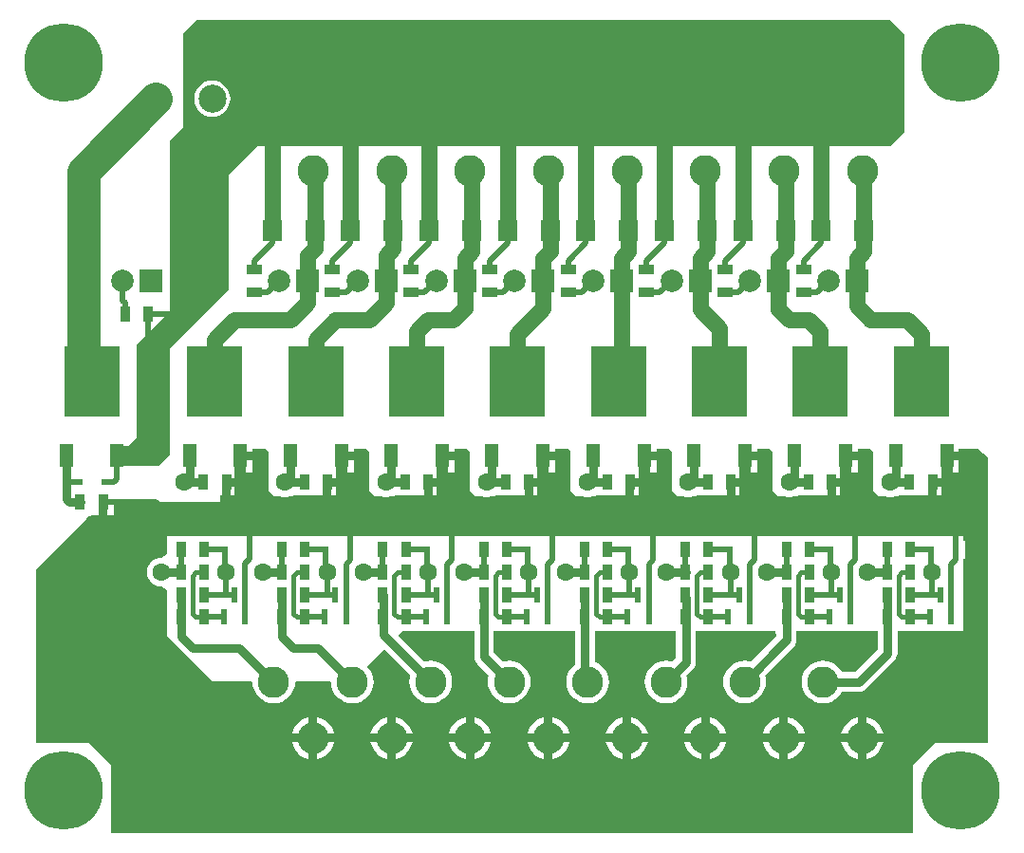
<source format=gtl>
G04 Layer_Physical_Order=1*
G04 Layer_Color=255*
%FSLAX25Y25*%
%MOIN*%
G70*
G01*
G75*
%ADD10R,0.04724X0.08268*%
%ADD11R,0.19291X0.24803*%
%ADD12R,0.03740X0.05315*%
%ADD13R,0.02362X0.02362*%
%ADD14R,0.05315X0.03740*%
%ADD15R,0.07087X0.07480*%
%ADD16R,0.02362X0.05512*%
%ADD17C,0.01969*%
%ADD18C,0.11811*%
%ADD19C,0.03937*%
%ADD20C,0.02953*%
%ADD21C,0.05512*%
%ADD22C,0.01575*%
%ADD23C,0.09843*%
%ADD24C,0.27559*%
%ADD25C,0.11024*%
%ADD26C,0.07874*%
%ADD27R,0.07874X0.07874*%
%ADD28C,0.06299*%
G36*
X344488Y136811D02*
Y36417D01*
X325787D01*
X317913Y28543D01*
Y4921D01*
X36417D01*
Y28543D01*
X28543Y36417D01*
X9843Y36417D01*
X9843Y36417D01*
X9843Y97441D01*
X27559Y115157D01*
X28073Y115671D01*
X29724Y116437D01*
X32087D01*
Y121063D01*
X35039D01*
Y116437D01*
X37402D01*
Y121063D01*
X74803Y121063D01*
Y123327D01*
X75394D01*
Y127953D01*
X76870D01*
Y129429D01*
X80709D01*
Y131299D01*
X86142D01*
Y135925D01*
X81811D01*
Y138878D01*
X86142D01*
Y139764D01*
X90551D01*
X91535Y138779D01*
Y125000D01*
X93504Y123031D01*
X96033D01*
X96438Y122909D01*
X97441Y122810D01*
X98444Y122909D01*
X98581Y122950D01*
X98972Y123031D01*
X99409D01*
X99410Y123031D01*
X101326Y123327D01*
X108071D01*
Y123327D01*
X108465D01*
Y123327D01*
X110827D01*
Y127953D01*
X112303D01*
Y129429D01*
X116142D01*
Y131299D01*
X121575D01*
Y135925D01*
X117244D01*
Y138878D01*
X121575D01*
Y139764D01*
X125984D01*
X126969Y138779D01*
Y125000D01*
X128937Y123031D01*
X131466D01*
X131871Y122909D01*
X132874Y122810D01*
X133877Y122909D01*
X134014Y122950D01*
X134405Y123031D01*
X134843D01*
X134843Y123031D01*
X136759Y123327D01*
X143504D01*
Y123327D01*
X143898D01*
Y123327D01*
X146260D01*
Y127953D01*
X147736D01*
Y129429D01*
X151575D01*
Y131299D01*
X157008D01*
Y135925D01*
X152677D01*
Y138878D01*
X157008D01*
Y139764D01*
X161417D01*
X162402Y138779D01*
Y125000D01*
X164370Y123031D01*
X166899D01*
X167304Y122909D01*
X168307Y122810D01*
X169310Y122909D01*
X169447Y122950D01*
X169838Y123031D01*
X170276D01*
X170276Y123031D01*
X172192Y123327D01*
X178937D01*
Y123327D01*
X179331D01*
Y123327D01*
X181693D01*
Y127953D01*
X183169D01*
Y129429D01*
X187008D01*
Y131299D01*
X192441D01*
Y135925D01*
X188110D01*
Y138878D01*
X192441D01*
Y139764D01*
X196850D01*
X197835Y138779D01*
Y125000D01*
X199803Y123031D01*
X202332D01*
X202737Y122909D01*
X203740Y122810D01*
X204744Y122909D01*
X204880Y122950D01*
X205272Y123031D01*
X205709D01*
X205709Y123031D01*
X207625Y123327D01*
X214370D01*
Y123327D01*
X214764D01*
Y123327D01*
X217126D01*
Y127953D01*
X218602D01*
Y129429D01*
X222441D01*
Y131299D01*
X227874D01*
Y135925D01*
X223543D01*
Y138878D01*
X227874D01*
Y139764D01*
X232283D01*
X233268Y138779D01*
Y125000D01*
X235236Y123031D01*
X237765D01*
X238170Y122909D01*
X239173Y122810D01*
X240177Y122909D01*
X240313Y122950D01*
X240705Y123031D01*
X241142D01*
X241142Y123031D01*
X243058Y123327D01*
X249803D01*
Y123327D01*
X250197D01*
Y123327D01*
X252559D01*
Y127953D01*
X254035D01*
Y129429D01*
X257874D01*
Y131299D01*
X263307D01*
Y135925D01*
X258976D01*
Y138878D01*
X263307D01*
Y139764D01*
X267717D01*
X268701Y138779D01*
Y125000D01*
X270669Y123031D01*
X273198D01*
X273603Y122909D01*
X274606Y122810D01*
X275610Y122909D01*
X275746Y122950D01*
X276138Y123031D01*
X276575D01*
X276575Y123031D01*
X278491Y123327D01*
X285236D01*
Y123327D01*
X285630D01*
Y123327D01*
X287992D01*
Y127953D01*
X289469D01*
Y129429D01*
X293307D01*
Y131299D01*
X298740D01*
Y135925D01*
X294409D01*
Y138878D01*
X298740D01*
Y139764D01*
X303150D01*
X304134Y138779D01*
Y125000D01*
X306102Y123031D01*
X308631D01*
X309036Y122909D01*
X310039Y122810D01*
X311043Y122909D01*
X311180Y122950D01*
X311571Y123031D01*
X312008D01*
X312008Y123031D01*
X313925Y123327D01*
X320669D01*
Y123327D01*
X321063D01*
Y123327D01*
X323425D01*
Y127953D01*
X324902D01*
Y129429D01*
X328740D01*
Y131299D01*
X334173D01*
Y135925D01*
X329842D01*
Y138878D01*
X334173D01*
Y139764D01*
X340797D01*
X344488Y136811D01*
D02*
G37*
G36*
X310039Y290354D02*
X314961Y285433D01*
Y250984D01*
X310039Y246063D01*
X87598D01*
X77756Y236221D01*
X77756Y195866D01*
X57101Y175212D01*
X57101Y137795D01*
X53164Y133858D01*
X36417Y133858D01*
Y140748D01*
X42323Y140748D01*
X45276Y143701D01*
Y176166D01*
X57101Y187992D01*
X57101Y203740D01*
X57101Y248046D01*
X61516Y252461D01*
X61516Y285433D01*
X66437Y290354D01*
X310039Y290354D01*
D02*
G37*
%LPC*%
G36*
X224889Y36713D02*
X218996D01*
Y30820D01*
X220396Y31245D01*
X221696Y31939D01*
X222835Y32874D01*
X223769Y34013D01*
X224464Y35313D01*
X224889Y36713D01*
D02*
G37*
G36*
X142212D02*
X136319D01*
Y30820D01*
X137719Y31245D01*
X139018Y31939D01*
X140157Y32874D01*
X141092Y34013D01*
X141787Y35313D01*
X142212Y36713D01*
D02*
G37*
G36*
X169771Y36713D02*
X163878D01*
Y30820D01*
X165278Y31245D01*
X166577Y31939D01*
X167717Y32874D01*
X168651Y34013D01*
X169346Y35313D01*
X169771Y36713D01*
D02*
G37*
G36*
X307566D02*
X301673D01*
Y30820D01*
X303073Y31245D01*
X304373Y31939D01*
X305512Y32874D01*
X306447Y34013D01*
X307141Y35313D01*
X307566Y36713D01*
D02*
G37*
G36*
X197330Y36713D02*
X191437D01*
Y30820D01*
X192837Y31245D01*
X194137Y31939D01*
X195276Y32874D01*
X196210Y34013D01*
X196905Y35313D01*
X197330Y36713D01*
D02*
G37*
G36*
X243602Y45558D02*
X242202Y45133D01*
X240903Y44439D01*
X239764Y43504D01*
X238829Y42365D01*
X238134Y41065D01*
X237710Y39665D01*
X243602D01*
Y45558D01*
D02*
G37*
G36*
X108760D02*
Y39665D01*
X114653D01*
X114228Y41065D01*
X113533Y42365D01*
X112598Y43504D01*
X111459Y44439D01*
X110160Y45133D01*
X108760Y45558D01*
D02*
G37*
G36*
X105807D02*
X104407Y45133D01*
X103108Y44439D01*
X101969Y43504D01*
X101034Y42365D01*
X100339Y41065D01*
X99914Y39665D01*
X105807D01*
Y45558D01*
D02*
G37*
G36*
X271161D02*
X269761Y45133D01*
X268462Y44439D01*
X267323Y43504D01*
X266388Y42365D01*
X265693Y41065D01*
X265269Y39665D01*
X271161D01*
Y45558D01*
D02*
G37*
G36*
X274114Y45558D02*
Y39665D01*
X280007D01*
X279582Y41065D01*
X278888Y42365D01*
X277953Y43504D01*
X276814Y44439D01*
X275514Y45133D01*
X274114Y45558D01*
D02*
G37*
G36*
X271161Y36713D02*
X265269D01*
X265693Y35313D01*
X266388Y34013D01*
X267323Y32874D01*
X268462Y31939D01*
X269761Y31245D01*
X271161Y30820D01*
Y36713D01*
D02*
G37*
G36*
X298721Y36713D02*
X292828D01*
X293252Y35313D01*
X293947Y34013D01*
X294882Y32874D01*
X296021Y31939D01*
X297320Y31245D01*
X298721Y30820D01*
Y36713D01*
D02*
G37*
G36*
X160925D02*
X155033D01*
X155457Y35313D01*
X156152Y34013D01*
X157087Y32874D01*
X158226Y31939D01*
X159525Y31245D01*
X160925Y30820D01*
Y36713D01*
D02*
G37*
G36*
X216043Y36713D02*
X210151D01*
X210575Y35313D01*
X211270Y34013D01*
X212205Y32874D01*
X213344Y31939D01*
X214643Y31245D01*
X216043Y30820D01*
Y36713D01*
D02*
G37*
G36*
X188484Y36713D02*
X182592D01*
X183016Y35313D01*
X183711Y34013D01*
X184646Y32874D01*
X185785Y31939D01*
X187084Y31245D01*
X188484Y30820D01*
Y36713D01*
D02*
G37*
G36*
X133366Y36713D02*
X127473D01*
X127898Y35313D01*
X128593Y34013D01*
X129527Y32874D01*
X130667Y31939D01*
X131966Y31245D01*
X133366Y30820D01*
Y36713D01*
D02*
G37*
G36*
X114653Y36713D02*
X108760D01*
Y30820D01*
X110160Y31245D01*
X111459Y31939D01*
X112598Y32874D01*
X113533Y34013D01*
X114228Y35313D01*
X114653Y36713D01*
D02*
G37*
G36*
X252448D02*
X246555D01*
Y30820D01*
X247955Y31245D01*
X249255Y31939D01*
X250394Y32874D01*
X251328Y34013D01*
X252023Y35313D01*
X252448Y36713D01*
D02*
G37*
G36*
X243602D02*
X237710D01*
X238134Y35313D01*
X238829Y34013D01*
X239764Y32874D01*
X240903Y31939D01*
X242202Y31245D01*
X243602Y30820D01*
Y36713D01*
D02*
G37*
G36*
X280007Y36713D02*
X274114D01*
Y30820D01*
X275514Y31245D01*
X276814Y31939D01*
X277953Y32874D01*
X278888Y34013D01*
X279582Y35313D01*
X280007Y36713D01*
D02*
G37*
G36*
X105807Y36713D02*
X99914D01*
X100339Y35313D01*
X101034Y34013D01*
X101969Y32874D01*
X103108Y31939D01*
X104407Y31245D01*
X105807Y30820D01*
Y36713D01*
D02*
G37*
G36*
X151575Y126476D02*
X149213D01*
Y123327D01*
X151575D01*
Y126476D01*
D02*
G37*
G36*
X187008Y126476D02*
X184646D01*
Y123327D01*
X187008D01*
Y126476D01*
D02*
G37*
G36*
X116142D02*
X113779D01*
Y123327D01*
X116142D01*
Y126476D01*
D02*
G37*
G36*
X335630Y109252D02*
X56102D01*
Y103265D01*
X55903Y102900D01*
X54134Y101600D01*
X53131Y101501D01*
X52166Y101208D01*
X51277Y100733D01*
X50497Y100093D01*
X49858Y99314D01*
X49382Y98425D01*
X49090Y97460D01*
X48991Y96457D01*
X49090Y95453D01*
X49382Y94489D01*
X49858Y93599D01*
X50497Y92820D01*
X51277Y92181D01*
X52166Y91705D01*
X53131Y91413D01*
X54134Y91314D01*
X55903Y90013D01*
X56102Y89648D01*
X56102Y73819D01*
X71850Y58071D01*
X85809D01*
X85987Y57874D01*
X86132Y56408D01*
X86560Y54998D01*
X87254Y53698D01*
X88189Y52559D01*
X89328Y51624D01*
X90627Y50930D01*
X92037Y50502D01*
X93504Y50358D01*
X94970Y50502D01*
X96380Y50930D01*
X97680Y51624D01*
X98819Y52559D01*
X99754Y53698D01*
X100448Y54998D01*
X100876Y56408D01*
X101020Y57874D01*
X101199Y58071D01*
X113368D01*
X113547Y57874D01*
X113691Y56408D01*
X114119Y54998D01*
X114813Y53698D01*
X115748Y52559D01*
X116887Y51624D01*
X118187Y50930D01*
X119597Y50502D01*
X121063Y50358D01*
X122529Y50502D01*
X123939Y50930D01*
X125239Y51624D01*
X126378Y52559D01*
X127313Y53698D01*
X128007Y54998D01*
X128435Y56408D01*
X128579Y57874D01*
X128435Y59340D01*
X128007Y60751D01*
X127313Y62050D01*
X126378Y63189D01*
X126369Y63377D01*
X132287Y69295D01*
X141481Y60101D01*
X141250Y59340D01*
X141105Y57874D01*
X141250Y56408D01*
X141678Y54998D01*
X142372Y53698D01*
X143307Y52559D01*
X144446Y51624D01*
X145746Y50930D01*
X147156Y50502D01*
X148622Y50358D01*
X150088Y50502D01*
X151498Y50930D01*
X152798Y51624D01*
X153937Y52559D01*
X154872Y53698D01*
X155566Y54998D01*
X155994Y56408D01*
X156139Y57874D01*
X155994Y59340D01*
X155566Y60751D01*
X154872Y62050D01*
X153937Y63189D01*
X152798Y64124D01*
X151498Y64818D01*
X150088Y65246D01*
X148622Y65390D01*
X147156Y65246D01*
X146395Y65015D01*
X137201Y74209D01*
X138779Y75787D01*
X163848Y75787D01*
Y66732D01*
X163967Y65833D01*
X164314Y64995D01*
X164866Y64275D01*
X169040Y60101D01*
X168809Y59340D01*
X168665Y57874D01*
X168809Y56408D01*
X169237Y54998D01*
X169931Y53698D01*
X170866Y52559D01*
X172005Y51624D01*
X173305Y50930D01*
X174715Y50502D01*
X176181Y50358D01*
X177647Y50502D01*
X179058Y50930D01*
X180357Y51624D01*
X181496Y52559D01*
X182431Y53698D01*
X183125Y54998D01*
X183553Y56408D01*
X183698Y57874D01*
X183553Y59340D01*
X183125Y60751D01*
X182431Y62050D01*
X181496Y63189D01*
X180357Y64124D01*
X179058Y64818D01*
X177647Y65246D01*
X176181Y65390D01*
X174715Y65246D01*
X173954Y65015D01*
X170797Y68172D01*
Y75787D01*
X199281Y75787D01*
Y63892D01*
X198425Y63189D01*
X197490Y62050D01*
X196796Y60751D01*
X196368Y59340D01*
X196224Y57874D01*
X196368Y56408D01*
X196796Y54998D01*
X197490Y53698D01*
X198425Y52559D01*
X199564Y51624D01*
X200864Y50930D01*
X202274Y50502D01*
X203740Y50358D01*
X205207Y50502D01*
X206617Y50930D01*
X207916Y51624D01*
X209055Y52559D01*
X209990Y53698D01*
X210684Y54998D01*
X211112Y56408D01*
X211257Y57874D01*
X211112Y59340D01*
X210684Y60751D01*
X209990Y62050D01*
X209055Y63189D01*
X207916Y64124D01*
X206617Y64818D01*
X206230Y64935D01*
Y75787D01*
X234714Y75787D01*
Y66393D01*
X233196Y65115D01*
X232766Y65246D01*
X231299Y65390D01*
X229833Y65246D01*
X228423Y64818D01*
X227123Y64124D01*
X225984Y63189D01*
X225049Y62050D01*
X224355Y60751D01*
X223927Y59340D01*
X223783Y57874D01*
X223927Y56408D01*
X224355Y54998D01*
X225049Y53698D01*
X225984Y52559D01*
X227123Y51624D01*
X228423Y50930D01*
X229833Y50502D01*
X231299Y50358D01*
X232766Y50502D01*
X234176Y50930D01*
X235475Y51624D01*
X236614Y52559D01*
X237549Y53698D01*
X238244Y54998D01*
X238671Y56408D01*
X238816Y57874D01*
X238671Y59340D01*
X238440Y60101D01*
X240646Y62307D01*
X241198Y63026D01*
X241545Y63864D01*
X241664Y64764D01*
Y75787D01*
X269524Y75787D01*
X269889Y73819D01*
X261086Y65015D01*
X260325Y65246D01*
X258858Y65390D01*
X257392Y65246D01*
X255982Y64818D01*
X254682Y64124D01*
X253543Y63189D01*
X252608Y62050D01*
X251914Y60751D01*
X251486Y59340D01*
X251342Y57874D01*
X251486Y56408D01*
X251914Y54998D01*
X252608Y53698D01*
X253543Y52559D01*
X254682Y51624D01*
X255982Y50930D01*
X257392Y50502D01*
X258858Y50358D01*
X260325Y50502D01*
X261735Y50930D01*
X263034Y51624D01*
X264173Y52559D01*
X265108Y53698D01*
X265803Y54998D01*
X266230Y56408D01*
X266375Y57874D01*
X266230Y59340D01*
X266000Y60101D01*
X276079Y70181D01*
X276631Y70900D01*
X276835Y71391D01*
X276978Y71738D01*
X277097Y72638D01*
Y75787D01*
X305580Y75787D01*
Y69353D01*
X297576Y61349D01*
X293042D01*
X292667Y62050D01*
X291732Y63189D01*
X290593Y64124D01*
X289294Y64818D01*
X287884Y65246D01*
X286417Y65390D01*
X284951Y65246D01*
X283541Y64818D01*
X282241Y64124D01*
X281102Y63189D01*
X280168Y62050D01*
X279473Y60751D01*
X279045Y59340D01*
X278901Y57874D01*
X279045Y56408D01*
X279473Y54998D01*
X280168Y53698D01*
X281102Y52559D01*
X282241Y51624D01*
X283541Y50930D01*
X284951Y50502D01*
X286417Y50358D01*
X287884Y50502D01*
X289294Y50930D01*
X290593Y51624D01*
X291732Y52559D01*
X292667Y53698D01*
X293042Y54399D01*
X299016D01*
X299915Y54518D01*
X300753Y54865D01*
X301473Y55417D01*
X311512Y65456D01*
X312064Y66176D01*
X312411Y67014D01*
X312530Y67913D01*
Y75787D01*
X335630Y75787D01*
X335630Y101181D01*
X336221D01*
Y107480D01*
X335630D01*
Y109252D01*
D02*
G37*
G36*
X80709Y126476D02*
X78347D01*
Y123327D01*
X80709D01*
Y126476D01*
D02*
G37*
G36*
X328740Y126476D02*
X326378D01*
Y123327D01*
X328740D01*
Y126476D01*
D02*
G37*
G36*
X71850Y269125D02*
X70616Y269003D01*
X69428Y268643D01*
X68334Y268058D01*
X67375Y267271D01*
X66588Y266312D01*
X66003Y265217D01*
X65642Y264030D01*
X65521Y262795D01*
X65642Y261560D01*
X66003Y260373D01*
X66588Y259279D01*
X67375Y258319D01*
X68334Y257532D01*
X69428Y256947D01*
X70616Y256587D01*
X71850Y256466D01*
X73085Y256587D01*
X74273Y256947D01*
X75367Y257532D01*
X76326Y258319D01*
X77113Y259279D01*
X77698Y260373D01*
X78058Y261560D01*
X78180Y262795D01*
X78058Y264030D01*
X77698Y265217D01*
X77113Y266312D01*
X76326Y267271D01*
X75367Y268058D01*
X74273Y268643D01*
X73085Y269003D01*
X71850Y269125D01*
D02*
G37*
G36*
X293307Y126476D02*
X290945D01*
Y123327D01*
X293307D01*
Y126476D01*
D02*
G37*
G36*
X222441Y126476D02*
X220079D01*
Y123327D01*
X222441D01*
Y126476D01*
D02*
G37*
G36*
X257874Y126476D02*
X255512D01*
Y123327D01*
X257874D01*
Y126476D01*
D02*
G37*
G36*
X191437Y45558D02*
Y39665D01*
X197330D01*
X196905Y41065D01*
X196210Y42365D01*
X195276Y43504D01*
X194137Y44439D01*
X192837Y45133D01*
X191437Y45558D01*
D02*
G37*
G36*
X163878Y45558D02*
Y39665D01*
X169771D01*
X169346Y41065D01*
X168651Y42365D01*
X167717Y43504D01*
X166577Y44439D01*
X165278Y45133D01*
X163878Y45558D01*
D02*
G37*
G36*
X301673D02*
Y39665D01*
X307566D01*
X307141Y41065D01*
X306447Y42365D01*
X305512Y43504D01*
X304373Y44439D01*
X303073Y45133D01*
X301673Y45558D01*
D02*
G37*
G36*
X298721Y45558D02*
X297320Y45133D01*
X296021Y44439D01*
X294882Y43504D01*
X293947Y42365D01*
X293252Y41065D01*
X292828Y39665D01*
X298721D01*
Y45558D01*
D02*
G37*
G36*
X246555Y45558D02*
Y39665D01*
X252448D01*
X252023Y41065D01*
X251328Y42365D01*
X250394Y43504D01*
X249255Y44439D01*
X247955Y45133D01*
X246555Y45558D01*
D02*
G37*
G36*
X160925Y45558D02*
X159525Y45133D01*
X158226Y44439D01*
X157087Y43504D01*
X156152Y42365D01*
X155457Y41065D01*
X155033Y39665D01*
X160925D01*
Y45558D01*
D02*
G37*
G36*
X218996Y45558D02*
Y39665D01*
X224889D01*
X224464Y41065D01*
X223769Y42365D01*
X222835Y43504D01*
X221696Y44439D01*
X220396Y45133D01*
X218996Y45558D01*
D02*
G37*
G36*
X188484Y45558D02*
X187084Y45133D01*
X185785Y44439D01*
X184646Y43504D01*
X183711Y42365D01*
X183016Y41065D01*
X182592Y39665D01*
X188484D01*
Y45558D01*
D02*
G37*
G36*
X136319Y45558D02*
Y39665D01*
X142212D01*
X141787Y41065D01*
X141092Y42365D01*
X140157Y43504D01*
X139018Y44439D01*
X137719Y45133D01*
X136319Y45558D01*
D02*
G37*
G36*
X133366Y45558D02*
X131966Y45133D01*
X130667Y44439D01*
X129527Y43504D01*
X128593Y42365D01*
X127898Y41065D01*
X127473Y39665D01*
X133366D01*
Y45558D01*
D02*
G37*
G36*
X216043D02*
X214643Y45133D01*
X213344Y44439D01*
X212205Y43504D01*
X211270Y42365D01*
X210575Y41065D01*
X210151Y39665D01*
X216043D01*
Y45558D01*
D02*
G37*
%LPD*%
D10*
X63858Y137402D02*
D03*
X81811D02*
D03*
X20551D02*
D03*
X38504D02*
D03*
X311890D02*
D03*
X329842D02*
D03*
X276457D02*
D03*
X294409D02*
D03*
X241024D02*
D03*
X258976D02*
D03*
X205591D02*
D03*
X223543D02*
D03*
X170158D02*
D03*
X188110D02*
D03*
X134724D02*
D03*
X152677D02*
D03*
X99291D02*
D03*
X117244D02*
D03*
D11*
X72835Y163386D02*
D03*
X29528D02*
D03*
X320866D02*
D03*
X285433D02*
D03*
X250000D02*
D03*
X214567D02*
D03*
X179134D02*
D03*
X143701D02*
D03*
X108268D02*
D03*
D12*
X25492Y121063D02*
D03*
X33563D02*
D03*
X49311Y187008D02*
D03*
X41240D02*
D03*
X68799Y127953D02*
D03*
X76870D02*
D03*
X68996Y88583D02*
D03*
X60925D02*
D03*
X68996Y80709D02*
D03*
X60925D02*
D03*
X60925Y96457D02*
D03*
X68996D02*
D03*
X60925Y104331D02*
D03*
X68996D02*
D03*
X104232Y127953D02*
D03*
X112303D02*
D03*
X104429Y88583D02*
D03*
X96358D02*
D03*
X104429Y80709D02*
D03*
X96358D02*
D03*
X96358Y96457D02*
D03*
X104429D02*
D03*
X96358Y104331D02*
D03*
X104429D02*
D03*
X139665Y127953D02*
D03*
X147736D02*
D03*
X139862Y88583D02*
D03*
X131791D02*
D03*
X139862Y80709D02*
D03*
X131791D02*
D03*
X131791Y96457D02*
D03*
X139862D02*
D03*
X131791Y104331D02*
D03*
X139862D02*
D03*
X175098Y127953D02*
D03*
X183169D02*
D03*
X175295Y88583D02*
D03*
X167224D02*
D03*
X175295Y80709D02*
D03*
X167224D02*
D03*
X167224Y96457D02*
D03*
X175295D02*
D03*
X167224Y104331D02*
D03*
X175295D02*
D03*
X210531Y127953D02*
D03*
X218602D02*
D03*
X210728Y88583D02*
D03*
X202658D02*
D03*
X210728Y80709D02*
D03*
X202658D02*
D03*
X202658Y96457D02*
D03*
X210728D02*
D03*
X202658Y104331D02*
D03*
X210728D02*
D03*
X245965Y127953D02*
D03*
X254035D02*
D03*
X246161Y88583D02*
D03*
X238090D02*
D03*
X246161Y80709D02*
D03*
X238090D02*
D03*
X238090Y96457D02*
D03*
X246161D02*
D03*
X238090Y104331D02*
D03*
X246161D02*
D03*
X281398Y127953D02*
D03*
X289469D02*
D03*
X281594Y88583D02*
D03*
X273524D02*
D03*
X281594Y80709D02*
D03*
X273524D02*
D03*
X273524Y96457D02*
D03*
X281594D02*
D03*
X273524Y104331D02*
D03*
X281594D02*
D03*
X316831Y127953D02*
D03*
X324902D02*
D03*
X317028Y88583D02*
D03*
X308957D02*
D03*
X317028Y80709D02*
D03*
X308957D02*
D03*
X308957Y96457D02*
D03*
X317028D02*
D03*
X308957Y104331D02*
D03*
X317028D02*
D03*
D13*
X33858Y127953D02*
D03*
X25197D02*
D03*
X76378Y104331D02*
D03*
X85039D02*
D03*
X111811Y104331D02*
D03*
X120472D02*
D03*
X147244Y104331D02*
D03*
X155905D02*
D03*
X182677Y104331D02*
D03*
X191339D02*
D03*
X218110D02*
D03*
X226772D02*
D03*
X253543D02*
D03*
X262205D02*
D03*
X288976D02*
D03*
X297638D02*
D03*
X324410Y104331D02*
D03*
X333071D02*
D03*
D14*
X86614Y202854D02*
D03*
Y194783D02*
D03*
X114173Y202854D02*
D03*
Y194783D02*
D03*
X141732Y202854D02*
D03*
Y194783D02*
D03*
X169291Y202854D02*
D03*
Y194783D02*
D03*
X196850Y202854D02*
D03*
Y194783D02*
D03*
X224410Y202854D02*
D03*
Y194783D02*
D03*
X251969Y202854D02*
D03*
Y194783D02*
D03*
X279528Y202854D02*
D03*
Y194783D02*
D03*
D15*
X107874Y216535D02*
D03*
X92913D02*
D03*
X135433D02*
D03*
X120473D02*
D03*
X162992D02*
D03*
X148031D02*
D03*
X190551D02*
D03*
X175591D02*
D03*
X218110D02*
D03*
X203150D02*
D03*
X245669D02*
D03*
X230709D02*
D03*
X273228D02*
D03*
X258268D02*
D03*
X300787D02*
D03*
X285827D02*
D03*
D16*
X75984Y80905D02*
D03*
X83465D02*
D03*
X79724Y88386D02*
D03*
X111417Y80905D02*
D03*
X118898D02*
D03*
X115157Y88386D02*
D03*
X146850Y80905D02*
D03*
X154331D02*
D03*
X150591Y88386D02*
D03*
X182283Y80905D02*
D03*
X189764D02*
D03*
X186024Y88386D02*
D03*
X217717Y80905D02*
D03*
X225197D02*
D03*
X221457Y88386D02*
D03*
X253150Y80905D02*
D03*
X260630D02*
D03*
X256890Y88386D02*
D03*
X288583Y80905D02*
D03*
X296063D02*
D03*
X292323Y88386D02*
D03*
X324016Y80905D02*
D03*
X331496D02*
D03*
X327756Y88386D02*
D03*
D17*
X55118Y118110D02*
X81693D01*
X52165Y121063D02*
X55118Y118110D01*
X33563Y121063D02*
X52165D01*
X49311Y187008D02*
X58071D01*
X49213Y177165D02*
X49311Y177264D01*
Y187008D01*
X329724Y118110D02*
X333071Y114764D01*
Y104331D02*
Y114764D01*
X294291Y118110D02*
X297638Y114764D01*
Y104331D02*
Y114764D01*
X258858Y118110D02*
X262205Y114764D01*
Y104331D02*
Y114764D01*
X223425Y118110D02*
X226772Y114764D01*
Y104331D02*
Y114764D01*
X187992Y118110D02*
X191339Y114764D01*
Y104331D02*
Y114764D01*
X152559Y118110D02*
X155905Y114764D01*
Y104331D02*
Y114764D01*
X117126Y118110D02*
X120472Y114764D01*
Y104331D02*
Y114764D01*
X81693Y118110D02*
X85039Y114764D01*
Y104331D02*
Y114764D01*
X60925Y80807D02*
X60974Y80758D01*
X96358Y80807D02*
X96408Y80758D01*
X131791Y80807D02*
X131890Y80709D01*
X167224Y80807D02*
X167274Y80758D01*
X202658Y80807D02*
X202756Y80709D01*
X238090Y80807D02*
X238140Y80758D01*
X273524Y80807D02*
X273573Y80758D01*
X61024Y96457D02*
Y104232D01*
X38504Y129055D02*
Y137402D01*
X41240Y187008D02*
Y191043D01*
X40354Y191929D02*
X41240Y191043D01*
X40354Y191929D02*
Y198819D01*
X37402Y127953D02*
X38504Y129055D01*
X34449Y127953D02*
X37402D01*
X20669D02*
X25197D01*
X324902D02*
X329724D01*
X289469D02*
X294291D01*
X254035D02*
X258858D01*
X218602D02*
X223425D01*
X183169D02*
X187992D01*
X147736D02*
X152559D01*
X112303D02*
X117126D01*
X76870D02*
X81693D01*
X324803Y88583D02*
X327756D01*
X317028D02*
X324803D01*
Y96457D01*
X289370Y88583D02*
X292323D01*
X281594D02*
X289370D01*
Y96457D01*
Y88583D02*
Y88583D01*
X253937D02*
X256890D01*
X246161D02*
X253937D01*
Y96457D01*
Y88583D02*
Y88583D01*
X218504D02*
X221457D01*
X210728D02*
X218504D01*
Y96457D01*
Y88583D02*
Y88583D01*
X183071D02*
X186024D01*
X175295D02*
X183071D01*
Y96457D01*
Y88583D02*
Y88583D01*
X139961Y88386D02*
X150591D01*
X147638Y88583D02*
Y96457D01*
X112205Y88583D02*
X115157D01*
X104429D02*
X112205D01*
Y96457D01*
X76772Y88583D02*
Y96457D01*
Y88583D02*
Y88583D01*
X79724D01*
X68996D02*
X76772D01*
X324410Y96850D02*
X324803Y96457D01*
X324410Y96850D02*
Y104331D01*
X288976Y96850D02*
X289370Y96457D01*
X288976Y96850D02*
Y104331D01*
X253543Y96850D02*
X253937Y96457D01*
X253543Y96850D02*
Y104331D01*
X218110Y96850D02*
X218504Y96457D01*
X218110Y96850D02*
Y104331D01*
X182677Y96850D02*
X183071Y96457D01*
X182677Y96850D02*
Y104331D01*
X147244Y96850D02*
X147638Y96457D01*
X147244Y96850D02*
Y104331D01*
X111811Y96850D02*
X112205Y96457D01*
X111811Y96850D02*
Y104331D01*
X76378Y96850D02*
X76772Y96457D01*
X76378Y96850D02*
Y104331D01*
X292323Y88583D02*
X292323Y88583D01*
X256890Y88583D02*
X256890Y88583D01*
X221457Y88583D02*
X221457Y88583D01*
X186024Y88583D02*
X186024Y88583D01*
X139764D02*
X139961Y88386D01*
X79724Y88583D02*
X79724Y88583D01*
X333071Y100787D02*
Y104331D01*
X331496Y99213D02*
X333071Y100787D01*
X331496Y80905D02*
Y99213D01*
X297638Y100787D02*
Y104331D01*
X296063Y99213D02*
X297638Y100787D01*
X296063Y80905D02*
Y99213D01*
X262205Y100787D02*
Y104331D01*
X260630Y99213D02*
X262205Y100787D01*
X260630Y80905D02*
Y99213D01*
X226772Y100787D02*
Y104331D01*
X225197Y99213D02*
X226772Y100787D01*
X225197Y80905D02*
Y99213D01*
X191339Y100787D02*
Y104331D01*
X189764Y99213D02*
X191339Y100787D01*
X189764Y80905D02*
Y99213D01*
X155905Y100787D02*
Y104331D01*
X154331Y99213D02*
X155905Y100787D01*
X154331Y80905D02*
Y99213D01*
X120472Y100787D02*
Y104331D01*
X118898Y99213D02*
X120472Y100787D01*
X118898Y80905D02*
Y99213D01*
X85039Y101181D02*
Y103937D01*
X83465Y99606D02*
X85039Y101181D01*
X83465Y80905D02*
Y99606D01*
X316929Y81102D02*
X317126Y80905D01*
X324016D01*
X281496Y81102D02*
X281693Y80905D01*
X288583D01*
X246457Y80709D02*
X246654Y80905D01*
X253150D01*
X210630Y80709D02*
X210827Y80905D01*
X217717D01*
X175197Y81102D02*
X175394Y80905D01*
X182283D01*
X139862Y80709D02*
X146850D01*
X104331D02*
X104528Y80905D01*
X111417Y80709D02*
X111417Y80709D01*
X104429Y80709D02*
X111417D01*
X68996D02*
X75984D01*
X317323Y104331D02*
X324410D01*
X281594Y104331D02*
X288976D01*
X281496D02*
X281594D01*
X281496Y104331D02*
X281496Y104331D01*
X246457Y104331D02*
X246457Y104331D01*
X253543D01*
X210728D02*
X218110D01*
X210630D02*
X210728D01*
X210630Y104331D02*
X210630Y104331D01*
X175295D02*
X182677D01*
X175197D02*
X175295D01*
X175197Y104331D02*
X175197Y104331D01*
X139862Y104331D02*
X147244D01*
X139764D02*
X139862D01*
X104724D02*
X104724Y104331D01*
X111811D01*
X69291Y104331D02*
X76378D01*
X104331Y104331D02*
X104429D01*
X104331Y104331D02*
X104331Y104331D01*
X309055Y96457D02*
Y104331D01*
X308957Y96457D02*
X309055D01*
X273524Y96555D02*
X273622Y96457D01*
X273524Y96555D02*
Y104331D01*
X238090Y96555D02*
X238189Y96457D01*
X238090Y96555D02*
Y104331D01*
X202658Y96555D02*
X202756Y96457D01*
X202658Y96555D02*
Y104331D01*
X167224Y96555D02*
X167323Y96457D01*
X167224Y96555D02*
Y104331D01*
X131791Y104232D02*
X131890Y104331D01*
X131791Y96457D02*
Y104232D01*
X96358D02*
X96457Y104331D01*
X96358Y96457D02*
Y104232D01*
X54134Y96457D02*
X54134Y96457D01*
X60925Y104331D02*
X61024Y104232D01*
X92913Y212008D02*
Y216535D01*
X86614Y205709D02*
X92913Y212008D01*
X86614Y202854D02*
Y205709D01*
X120473Y212008D02*
Y216535D01*
X114173Y205709D02*
X120473Y212008D01*
X114173Y202854D02*
Y205709D01*
X148031Y212008D02*
Y216535D01*
X141732Y205709D02*
X148031Y212008D01*
X141732Y202854D02*
Y205709D01*
X175591Y212008D02*
Y216535D01*
X169291Y205709D02*
X175591Y212008D01*
X169291Y202854D02*
Y205709D01*
X203150Y212008D02*
Y216535D01*
X196850Y205709D02*
X203150Y212008D01*
X196850Y202854D02*
Y205709D01*
X230709Y212008D02*
Y216535D01*
X224410Y205709D02*
X230709Y212008D01*
X224410Y202854D02*
Y205709D01*
X258268Y212008D02*
Y216535D01*
X251969Y205709D02*
X258268Y212008D01*
X251969Y202854D02*
Y205709D01*
X91358Y194783D02*
X95394Y198819D01*
X85630Y194783D02*
X91358D01*
X118917D02*
X122953Y198819D01*
X114173Y194783D02*
X118917D01*
X146476D02*
X150512Y198819D01*
X141732Y194783D02*
X146476D01*
X174035D02*
X178071Y198819D01*
X169291Y194783D02*
X174035D01*
X201594D02*
X205630Y198819D01*
X196850Y194783D02*
X201594D01*
X229153D02*
X233189Y198819D01*
X224410Y194783D02*
X229153D01*
X256713D02*
X260748Y198819D01*
X251969Y194783D02*
X256713D01*
X284272D02*
X288307Y198819D01*
X279528Y194783D02*
X284272D01*
X285827Y212008D02*
Y213976D01*
X279528Y205709D02*
X285827Y212008D01*
X279528Y202854D02*
Y205709D01*
D18*
X26575Y165354D02*
Y237205D01*
X52165Y262795D01*
D19*
X329842Y118110D02*
Y137402D01*
X294409Y118228D02*
Y137402D01*
X258976Y118228D02*
Y137402D01*
X223543Y118228D02*
Y137402D01*
X188110Y118228D02*
Y137402D01*
X152677Y118228D02*
Y137402D01*
X117244Y118228D02*
Y137402D01*
X81811Y118228D02*
Y137402D01*
D20*
X64961Y69882D02*
X81496D01*
X61024Y73819D02*
X64961Y69882D01*
X61024Y73819D02*
Y88583D01*
X81496Y69882D02*
X93504Y57874D01*
X96457Y73819D02*
Y87598D01*
Y73819D02*
X100394Y69882D01*
X109055D01*
X121063Y57874D01*
X131890Y80709D02*
Y88583D01*
Y74606D02*
Y80709D01*
Y74606D02*
X148622Y57874D01*
X167323Y66732D02*
Y88583D01*
Y66732D02*
X176181Y57874D01*
X202756Y80709D02*
Y88583D01*
Y58858D02*
Y80709D01*
Y58858D02*
X203740Y57874D01*
X238189Y64764D02*
Y87598D01*
X231299Y57874D02*
X238189Y64764D01*
X273622Y72638D02*
Y88583D01*
X258858Y57874D02*
X273622Y72638D01*
X299016Y57874D02*
X309055Y67913D01*
X286417Y57874D02*
X299016D01*
X309055Y67913D02*
Y88583D01*
X89567Y96457D02*
X96457D01*
X160433D02*
X167323D01*
X195866D02*
X202756D01*
X231299D02*
X238189D01*
X266732D02*
X273622D01*
X20551Y122165D02*
Y137402D01*
X25492Y121063D02*
X25591D01*
X21654D02*
X25492D01*
X20551Y122165D02*
X21654Y121063D01*
X302165Y96457D02*
X308957D01*
X125000D02*
X131791D01*
X54134Y96457D02*
X60925D01*
X312008Y127953D02*
X316831D01*
X311890Y128071D02*
X312008Y127953D01*
X311890Y128071D02*
Y137402D01*
X276575Y127953D02*
X281398D01*
X276457Y128071D02*
X276575Y127953D01*
X276457Y128071D02*
Y137402D01*
X241142Y127953D02*
X245965D01*
X241024Y128071D02*
X241142Y127953D01*
X241024Y128071D02*
Y137402D01*
X205709Y127953D02*
X210531D01*
X205591Y128071D02*
X205709Y127953D01*
X205591Y128071D02*
Y137402D01*
X170276Y127953D02*
X175098D01*
X170158Y128071D02*
X170276Y127953D01*
X170158Y128071D02*
Y137402D01*
X134843Y127953D02*
X139665D01*
X134724Y128071D02*
X134843Y127953D01*
X134724Y128071D02*
Y137402D01*
X99410Y127953D02*
X104232D01*
X99291Y128071D02*
X99410Y127953D01*
X99291Y128071D02*
Y137402D01*
X63976Y127953D02*
X68799D01*
X63858Y128071D02*
X63976Y127953D01*
X63858Y128071D02*
Y137402D01*
X99291D02*
X99410Y137284D01*
D21*
X79724Y185039D02*
X99409D01*
X72835Y178150D02*
X79724Y185039D01*
X72835Y163386D02*
Y178150D01*
X132953Y191024D02*
Y198819D01*
X126969Y185039D02*
X132953Y191024D01*
X115157Y185039D02*
X126969D01*
X108268Y178150D02*
X115157Y185039D01*
X108268Y164370D02*
Y178150D01*
X105394Y191024D02*
Y198819D01*
X99409Y185039D02*
X105394Y191024D01*
X160512Y189055D02*
Y198819D01*
X156496Y185039D02*
X160512Y189055D01*
X147638Y185039D02*
X156496D01*
X143701Y181102D02*
X147638Y185039D01*
X143701Y163386D02*
Y181102D01*
X188071Y189055D02*
Y198819D01*
X179134Y180118D02*
X188071Y189055D01*
X179134Y163386D02*
Y180118D01*
X214567Y162402D02*
X215551Y163386D01*
X214567Y163386D02*
X215630Y164449D01*
Y198819D01*
X274606Y185039D02*
X281496D01*
X270748Y188898D02*
X274606Y185039D01*
X270748Y188898D02*
Y198819D01*
X281496Y185039D02*
X285433Y181102D01*
Y165354D02*
Y181102D01*
X250000Y165354D02*
Y182087D01*
X243189Y188898D02*
X250000Y182087D01*
X243189Y188898D02*
Y198819D01*
X303150Y185039D02*
X315945D01*
X298228Y189961D02*
X303150Y185039D01*
X298228Y189961D02*
Y198819D01*
X320866Y163386D02*
Y180118D01*
X315945Y185039D02*
X320866Y180118D01*
X270669Y198819D02*
Y206693D01*
X298307Y198819D02*
Y206772D01*
X300787Y209252D01*
X320866Y162402D02*
Y163386D01*
X300787Y209252D02*
Y216535D01*
Y236811D01*
X270669Y206693D02*
X273228Y209252D01*
Y216535D01*
X92913D02*
Y256496D01*
X105394Y198819D02*
Y207756D01*
X107874Y210236D01*
Y216535D01*
X132953Y198819D02*
Y207756D01*
X135433Y210236D01*
Y216535D01*
X162992Y209252D02*
Y216535D01*
X160512Y206772D02*
X162992Y209252D01*
X160512Y198819D02*
Y206772D01*
X190551Y209252D02*
Y216535D01*
X188071Y206772D02*
X190551Y209252D01*
X188071Y198819D02*
Y206772D01*
X218110Y209252D02*
Y216535D01*
X215630Y206772D02*
X218110Y209252D01*
X215630Y198819D02*
Y206772D01*
X243189Y198819D02*
Y206772D01*
X245669Y209252D01*
Y216535D01*
X285827D02*
Y256496D01*
X258268Y216535D02*
Y256496D01*
X230709Y216535D02*
Y256496D01*
X203150Y216535D02*
Y256496D01*
X175591Y216535D02*
Y256496D01*
X148031Y216535D02*
Y256496D01*
X120473Y216535D02*
Y256496D01*
X273228Y216535D02*
Y236811D01*
X245079Y237402D02*
X245669Y236811D01*
Y216535D02*
Y236811D01*
X218110Y216535D02*
Y236811D01*
X190551Y216535D02*
Y236811D01*
X162992Y216535D02*
Y236811D01*
X135433Y216535D02*
Y236811D01*
X107874Y216535D02*
Y236811D01*
D22*
X314173Y80709D02*
X316929D01*
X278740D02*
X281890D01*
X243307D02*
X246457D01*
X172441D02*
X175197D01*
X66142D02*
X69291D01*
X75984Y80709D02*
X75984Y80709D01*
X312992Y81890D02*
X314173Y80709D01*
X312992Y81890D02*
Y95276D01*
X314173Y96457D01*
X317028D01*
X277559Y81890D02*
X278740Y80709D01*
X277559Y81890D02*
Y95276D01*
X278740Y96457D01*
X281594D01*
X242126Y81890D02*
X243307Y80709D01*
X242126Y81890D02*
Y95276D01*
X243307Y96457D01*
X246161D01*
X207874Y80709D02*
X210630D01*
X206693Y81890D02*
X207874Y80709D01*
X206693Y81890D02*
Y95276D01*
X207874Y96457D01*
X210728D01*
X171260Y81890D02*
X172441Y80709D01*
X171260Y81890D02*
Y95276D01*
X172441Y96457D01*
X175295D01*
X137008Y80709D02*
X139764D01*
X135827Y81890D02*
X137008Y80709D01*
X135827Y81890D02*
Y95276D01*
X137008Y96457D01*
X139862D01*
X101575Y80709D02*
X104331D01*
X100394Y81890D02*
X101575Y80709D01*
X100394Y81890D02*
Y95276D01*
X101575Y96457D01*
X104429D01*
X66142Y96457D02*
X68898D01*
X64961Y95276D02*
X66142Y96457D01*
X64961Y81890D02*
Y95276D01*
Y81890D02*
X66142Y80709D01*
D23*
X52165Y262795D02*
D03*
X71850D02*
D03*
D24*
X19685Y275590D02*
D03*
Y19685D02*
D03*
X334646Y275590D02*
D03*
Y19685D02*
D03*
D25*
X300197Y38189D02*
D03*
X272638D02*
D03*
X286417Y57874D02*
D03*
X258858D02*
D03*
X93504D02*
D03*
X107283Y38189D02*
D03*
X121063Y57874D02*
D03*
X134843Y38189D02*
D03*
X189961D02*
D03*
X203740Y57874D02*
D03*
X217520Y38189D02*
D03*
X231299Y57874D02*
D03*
X245079Y38189D02*
D03*
X176181Y57874D02*
D03*
X162402Y38189D02*
D03*
X148622Y57874D02*
D03*
X93504Y257087D02*
D03*
X121063D02*
D03*
X107283Y237402D02*
D03*
X134843D02*
D03*
X300197D02*
D03*
X286417Y257087D02*
D03*
X272638Y237402D02*
D03*
X258858Y257087D02*
D03*
X203740D02*
D03*
X189961Y237402D02*
D03*
X176181Y257087D02*
D03*
X162402Y237402D02*
D03*
X148622Y257087D02*
D03*
X217520Y237402D02*
D03*
X231299Y257087D02*
D03*
X245079Y237402D02*
D03*
D26*
X40276Y198819D02*
D03*
X95394D02*
D03*
X122953D02*
D03*
X150512D02*
D03*
X178071D02*
D03*
X205630D02*
D03*
X233189D02*
D03*
X260748D02*
D03*
X288307D02*
D03*
D27*
X50276D02*
D03*
X105394D02*
D03*
X132953D02*
D03*
X160512D02*
D03*
X188071D02*
D03*
X215630D02*
D03*
X243189D02*
D03*
X270748D02*
D03*
X298307D02*
D03*
D28*
X68898Y54134D02*
D03*
X29528Y108268D02*
D03*
X83661Y24606D02*
D03*
X68898D02*
D03*
X54134D02*
D03*
X314961Y44291D02*
D03*
Y59055D02*
D03*
X329724D02*
D03*
Y44291D02*
D03*
X44291Y79724D02*
D03*
Y63976D02*
D03*
X54134Y54134D02*
D03*
X68898Y39370D02*
D03*
X54134D02*
D03*
X39370D02*
D03*
X83661D02*
D03*
X29528Y49213D02*
D03*
Y63976D02*
D03*
Y78740D02*
D03*
Y93504D02*
D03*
X329724Y118110D02*
D03*
X294291D02*
D03*
X258858D02*
D03*
X223425D02*
D03*
X187992D02*
D03*
X152559D02*
D03*
X117126D02*
D03*
X81693D02*
D03*
X49213Y167323D02*
D03*
Y137795D02*
D03*
Y147638D02*
D03*
Y157480D02*
D03*
X324803Y96457D02*
D03*
X289370D02*
D03*
X253937D02*
D03*
X218504D02*
D03*
X183071D02*
D03*
X147638D02*
D03*
X112205D02*
D03*
X54134D02*
D03*
X302165D02*
D03*
X266732D02*
D03*
X239173Y127953D02*
D03*
X203740D02*
D03*
X231299Y96457D02*
D03*
X195866D02*
D03*
X168307Y127953D02*
D03*
X160433Y96457D02*
D03*
X125000D02*
D03*
X132874Y127953D02*
D03*
X97441D02*
D03*
X62008D02*
D03*
X76772Y96457D02*
D03*
X89567D02*
D03*
X310039Y127953D02*
D03*
X274606D02*
D03*
M02*

</source>
